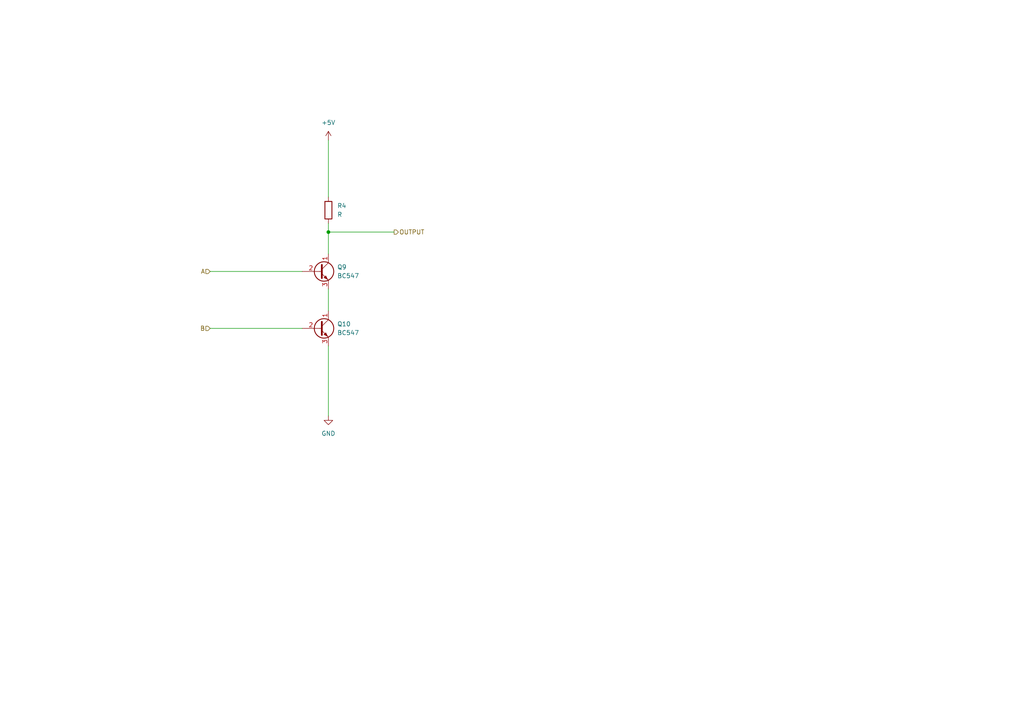
<source format=kicad_sch>
(kicad_sch (version 20230121) (generator eeschema)
  (paper "A4")
  (lib_symbols
    (symbol "Device:R" (pin_numbers hide) (pin_names (offset 0))
      (property "Reference" "R" (at 2.032 0 90))
      (property "Value" "R" (at 0 0 90))
      (symbol "R_0_1"
        (rectangle (start -1.016 -2.54) (end 1.016 2.54) (stroke (width 0.254)))
      )
      (symbol "R_1_1"
        (pin passive line (at 0 3.81 270) (length 1.27) (name "~") (number "1"))
        (pin passive line (at 0 -3.81 90) (length 1.27) (name "~") (number "2"))
      )
    )
    (symbol "Transistor_BJT:BC547" (pin_names (offset 0) hide)
      (property "Reference" "Q" (at 5.08 1.905 0))
      (property "Value" "BC547" (at 5.08 0 0))
      (symbol "BC547_0_1"
        (polyline (pts (xy 0 0) (xy 0.635 0)))
        (polyline (pts (xy 0.635 0.635) (xy 2.54 2.54)))
        (polyline (pts (xy 0.635 -0.635) (xy 2.54 -2.54) (xy 2.54 -2.54)))
        (polyline (pts (xy 0.635 1.905) (xy 0.635 -1.905) (xy 0.635 -1.905)) (stroke (width 0.508)))
        (polyline (pts (xy 1.27 -1.778) (xy 1.778 -1.27) (xy 2.286 -2.286) (xy 1.27 -1.778) (xy 1.27 -1.778)) (fill (type outline)))
        (circle (center 1.27 0) (radius 2.8194) (stroke (width 0.254)))
      )
      (symbol "BC547_1_1"
        (pin passive line (at 2.54 5.08 270) (length 2.54) (name "C") (number "1"))
        (pin input line (at -5.08 0 0) (length 5.08) (name "B") (number "2"))
        (pin passive line (at 2.54 -5.08 90) (length 2.54) (name "E") (number "3"))
      )
    )
    (symbol "power:+5V" (power) (pin_names (offset 0))
      (property "Value" "+5V" (at 0 3.556 0))
      (symbol "+5V_0_1"
        (polyline (pts (xy -0.762 1.27) (xy 0 2.54)))
        (polyline (pts (xy 0 0) (xy 0 2.54)))
        (polyline (pts (xy 0 2.54) (xy 0.762 1.27)))
      )
      (symbol "+5V_1_1"
        (pin power_in line (at 0 0 90) (length 0) hide (name "+5V") (number "1"))
      )
    )
    (symbol "power:GND" (power) (pin_names (offset 0))
      (property "Value" "GND" (at 0 -3.81 0))
      (symbol "GND_0_1"
        (polyline (pts (xy 0 0) (xy 0 -1.27) (xy 1.27 -1.27) (xy 0 -2.54) (xy -1.27 -1.27) (xy 0 -1.27)))
      )
      (symbol "GND_1_1"
        (pin power_in line (at 0 0 270) (length 0) hide (name "GND") (number "1"))
      )
    )
  )
  (junction (at 95.25 67.31))
  (wire (pts (xy 95.25 67.31) (xy 95.25 73.66)))
  (wire (pts (xy 95.25 40.64) (xy 95.25 57.15)))
  (wire (pts (xy 95.25 67.31) (xy 114.3 67.31)))
  (wire (pts (xy 95.25 83.82) (xy 95.25 90.17)))
  (wire (pts (xy 60.96 78.74) (xy 87.63 78.74)))
  (wire (pts (xy 95.25 100.33) (xy 95.25 120.65)))
  (wire (pts (xy 95.25 64.77) (xy 95.25 67.31)))
  (wire (pts (xy 60.96 95.25) (xy 87.63 95.25)))
  (hierarchical_label "B" (shape input) (at 60.96 95.25 180))
  (hierarchical_label "A" (shape input) (at 60.96 78.74 180))
  (hierarchical_label "OUTPUT" (shape output) (at 114.3 67.31 0))
  (symbol (lib_id "power:GND") (at 95.25 120.65 0) (unit 1)
    (property "Reference" "#PWR04" (effects hide))
    (property "Value" "GND" (at 95.25 125.73 0))
    (instances (project "half-adder" (path "" (reference "#PWR04") (unit 1)) (path "" (reference "#PWR08") (unit 1))))
  )
  (symbol (lib_id "power:+5V") (at 95.25 40.64 0) (unit 1)
    (property "Reference" "#PWR03" (effects hide))
    (property "Value" "+5V" (at 95.25 35.56 0))
    (instances (project "half-adder" (path "" (reference "#PWR03") (unit 1)) (path "" (reference "#PWR07") (unit 1))))
  )
  (symbol (lib_id "Device:R") (at 95.25 60.96 0) (unit 1)
    (property "Reference" "R4" (at 97.79 59.69 0) (effects (justify left)))
    (property "Value" "R" (at 97.79 62.23 0) (effects (justify left)))
    (property "Footprint" "Resistor_SMD:R_0201_0603Metric" (effects hide))
    (instances (project "half-adder" (path "" (reference "R4") (unit 1)) (path "" (reference "R8") (unit 1))))
  )
  (symbol (lib_id "Transistor_BJT:BC547") (at 92.71 95.25 0) (unit 1)
    (property "Reference" "Q10" (at 97.79 93.98 0) (effects (justify left)))
    (property "Value" "BC547" (at 97.79 96.52 0) (effects (justify left)))
    (property "Footprint" "Package_TO_SOT_THT:TO-92_Inline" (effects hide))
    (property "Datasheet" "https://www.onsemi.com/pub/Collateral/BC550-D.pdf" (effects hide))
    (instances (project "half-adder" (path "" (reference "Q10") (unit 1)) (path "" (reference "Q5") (unit 1))))
  )
  (symbol (lib_id "Transistor_BJT:BC547") (at 92.71 78.74 0) (unit 1)
    (property "Reference" "Q9" (at 97.79 77.47 0) (effects (justify left)))
    (property "Value" "BC547" (at 97.79 80.01 0) (effects (justify left)))
    (property "Footprint" "Package_TO_SOT_THT:TO-92_Inline" (effects hide))
    (property "Datasheet" "https://www.onsemi.com/pub/Collateral/BC550-D.pdf" (effects hide))
    (instances (project "half-adder" (path "" (reference "Q9") (unit 1)) (path "" (reference "Q4") (unit 1))))
  )
)
</source>
